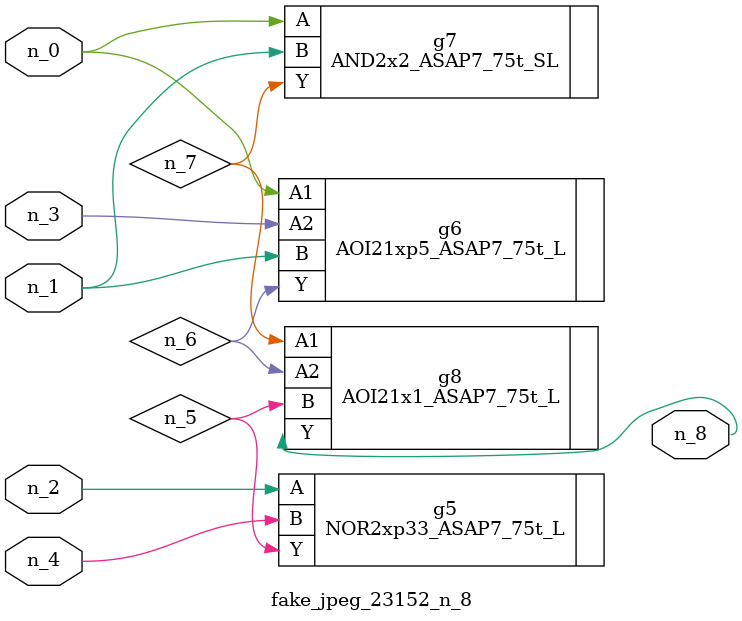
<source format=v>
module fake_jpeg_23152_n_8 (n_3, n_2, n_1, n_0, n_4, n_8);

input n_3;
input n_2;
input n_1;
input n_0;
input n_4;

output n_8;

wire n_6;
wire n_5;
wire n_7;

NOR2xp33_ASAP7_75t_L g5 ( 
.A(n_2),
.B(n_4),
.Y(n_5)
);

AOI21xp5_ASAP7_75t_L g6 ( 
.A1(n_0),
.A2(n_3),
.B(n_1),
.Y(n_6)
);

AND2x2_ASAP7_75t_SL g7 ( 
.A(n_0),
.B(n_1),
.Y(n_7)
);

AOI21x1_ASAP7_75t_L g8 ( 
.A1(n_7),
.A2(n_6),
.B(n_5),
.Y(n_8)
);


endmodule
</source>
